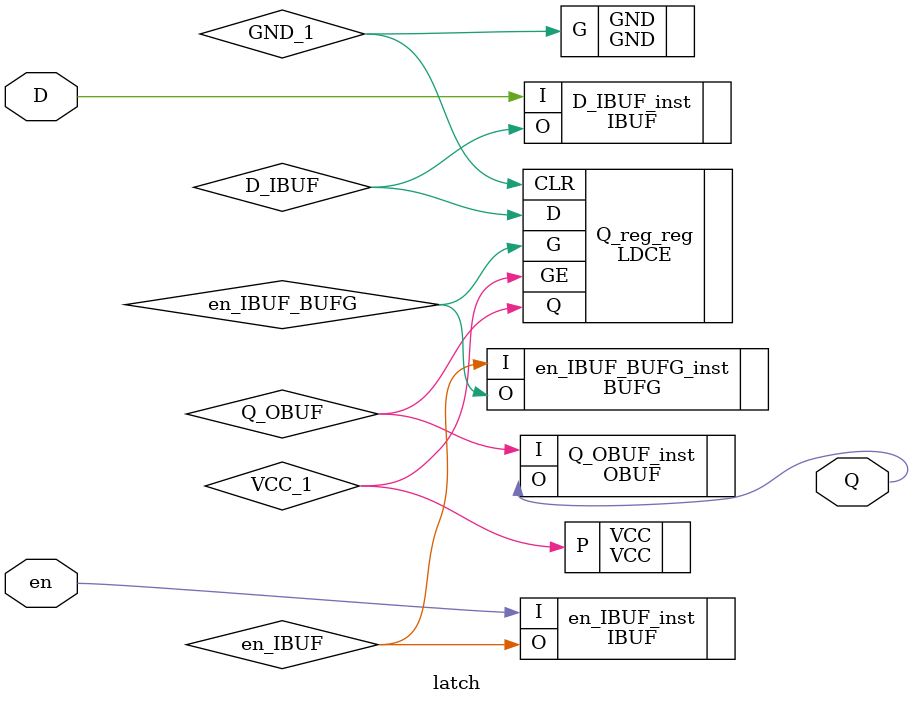
<source format=v>
`timescale 1 ps / 1 ps

(* ECO_CHECKSUM = "778ddb74" *) 
(* STRUCTURAL_NETLIST = "yes" *)
module latch
   (en,
    D,
    Q);
  input en;
  input D;
  output Q;

  wire D;
  wire D_IBUF;
  wire GND_1;
  wire Q;
  wire Q_OBUF;
  wire VCC_1;
  wire en;
  wire en_IBUF;
  wire en_IBUF_BUFG;

  IBUF #(
    .CCIO_EN("TRUE")) 
    D_IBUF_inst
       (.I(D),
        .O(D_IBUF));
  GND GND
       (.G(GND_1));
  OBUF Q_OBUF_inst
       (.I(Q_OBUF),
        .O(Q));
  (* XILINX_LEGACY_PRIM = "LD" *) 
  (* XILINX_TRANSFORM_PINMAP = "VCC:GE GND:CLR" *) 
  LDCE #(
    .INIT(1'b0)) 
    Q_reg_reg
       (.CLR(GND_1),
        .D(D_IBUF),
        .G(en_IBUF_BUFG),
        .GE(VCC_1),
        .Q(Q_OBUF));
  VCC VCC
       (.P(VCC_1));
  BUFG en_IBUF_BUFG_inst
       (.I(en_IBUF),
        .O(en_IBUF_BUFG));
  IBUF #(
    .CCIO_EN("TRUE")) 
    en_IBUF_inst
       (.I(en),
        .O(en_IBUF));
endmodule

</source>
